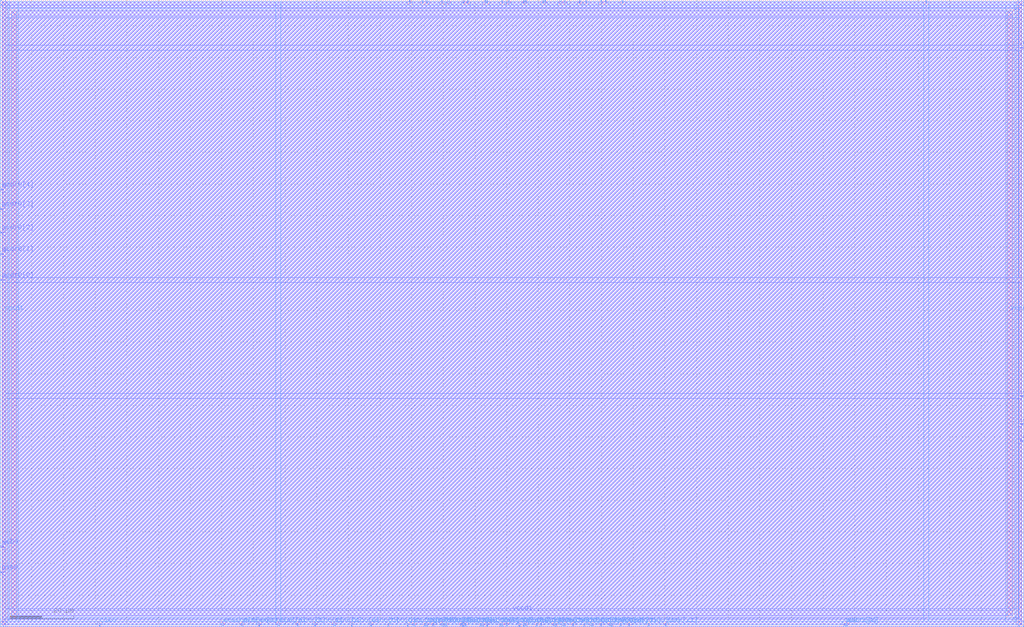
<source format=lef>
VERSION 5.4 ;
NAMESCASESENSITIVE ON ;
BUSBITCHARS "[]" ;
DIVIDERCHAR "/" ;
UNITS
  DATABASE MICRONS 2000 ;
END UNITS
MACRO sky130_sram_0kbytes_1rw1r_22x32_8
   CLASS BLOCK ;
   SIZE 323.38 BY 198.26 ;
   SYMMETRY X Y R90 ;
   PIN din0[0]
      DIRECTION INPUT ;
      PORT
         LAYER met4 ;
         RECT  87.72 0.0 88.1 1.06 ;
      END
   END din0[0]
   PIN din0[1]
      DIRECTION INPUT ;
      PORT
         LAYER met4 ;
         RECT  93.84 0.0 94.22 1.06 ;
      END
   END din0[1]
   PIN din0[2]
      DIRECTION INPUT ;
      PORT
         LAYER met4 ;
         RECT  99.28 0.0 99.66 1.06 ;
      END
   END din0[2]
   PIN din0[3]
      DIRECTION INPUT ;
      PORT
         LAYER met4 ;
         RECT  105.4 0.0 105.78 1.06 ;
      END
   END din0[3]
   PIN din0[4]
      DIRECTION INPUT ;
      PORT
         LAYER met4 ;
         RECT  110.84 0.0 111.22 1.06 ;
      END
   END din0[4]
   PIN din0[5]
      DIRECTION INPUT ;
      PORT
         LAYER met4 ;
         RECT  116.96 0.0 117.34 1.06 ;
      END
   END din0[5]
   PIN din0[6]
      DIRECTION INPUT ;
      PORT
         LAYER met4 ;
         RECT  122.4 0.0 122.78 1.06 ;
      END
   END din0[6]
   PIN din0[7]
      DIRECTION INPUT ;
      PORT
         LAYER met4 ;
         RECT  128.52 0.0 128.9 1.06 ;
      END
   END din0[7]
   PIN din0[8]
      DIRECTION INPUT ;
      PORT
         LAYER met4 ;
         RECT  134.64 0.0 135.02 1.06 ;
      END
   END din0[8]
   PIN din0[9]
      DIRECTION INPUT ;
      PORT
         LAYER met4 ;
         RECT  140.08 0.0 140.46 1.06 ;
      END
   END din0[9]
   PIN din0[10]
      DIRECTION INPUT ;
      PORT
         LAYER met4 ;
         RECT  145.52 0.0 145.9 1.06 ;
      END
   END din0[10]
   PIN din0[11]
      DIRECTION INPUT ;
      PORT
         LAYER met4 ;
         RECT  151.64 0.0 152.02 1.06 ;
      END
   END din0[11]
   PIN din0[12]
      DIRECTION INPUT ;
      PORT
         LAYER met4 ;
         RECT  157.76 0.0 158.14 1.06 ;
      END
   END din0[12]
   PIN din0[13]
      DIRECTION INPUT ;
      PORT
         LAYER met4 ;
         RECT  163.88 0.0 164.26 1.06 ;
      END
   END din0[13]
   PIN din0[14]
      DIRECTION INPUT ;
      PORT
         LAYER met4 ;
         RECT  169.32 0.0 169.7 1.06 ;
      END
   END din0[14]
   PIN din0[15]
      DIRECTION INPUT ;
      PORT
         LAYER met4 ;
         RECT  175.44 0.0 175.82 1.06 ;
      END
   END din0[15]
   PIN din0[16]
      DIRECTION INPUT ;
      PORT
         LAYER met4 ;
         RECT  180.88 0.0 181.26 1.06 ;
      END
   END din0[16]
   PIN din0[17]
      DIRECTION INPUT ;
      PORT
         LAYER met4 ;
         RECT  187.0 0.0 187.38 1.06 ;
      END
   END din0[17]
   PIN din0[18]
      DIRECTION INPUT ;
      PORT
         LAYER met4 ;
         RECT  192.44 0.0 192.82 1.06 ;
      END
   END din0[18]
   PIN din0[19]
      DIRECTION INPUT ;
      PORT
         LAYER met4 ;
         RECT  198.56 0.0 198.94 1.06 ;
      END
   END din0[19]
   PIN din0[20]
      DIRECTION INPUT ;
      PORT
         LAYER met4 ;
         RECT  204.68 0.0 205.06 1.06 ;
      END
   END din0[20]
   PIN din0[21]
      DIRECTION INPUT ;
      PORT
         LAYER met4 ;
         RECT  210.12 0.0 210.5 1.06 ;
      END
   END din0[21]
   PIN addr0[0]
      DIRECTION INPUT ;
      PORT
         LAYER met3 ;
         RECT  0.0 109.48 1.06 109.86 ;
      END
   END addr0[0]
   PIN addr0[1]
      DIRECTION INPUT ;
      PORT
         LAYER met3 ;
         RECT  0.0 117.64 1.06 118.02 ;
      END
   END addr0[1]
   PIN addr0[2]
      DIRECTION INPUT ;
      PORT
         LAYER met3 ;
         RECT  0.0 124.44 1.06 124.82 ;
      END
   END addr0[2]
   PIN addr0[3]
      DIRECTION INPUT ;
      PORT
         LAYER met3 ;
         RECT  0.0 131.92 1.06 132.3 ;
      END
   END addr0[3]
   PIN addr0[4]
      DIRECTION INPUT ;
      PORT
         LAYER met3 ;
         RECT  0.0 138.04 1.06 138.42 ;
      END
   END addr0[4]
   PIN addr1[0]
      DIRECTION INPUT ;
      PORT
         LAYER met3 ;
         RECT  322.32 72.76 323.38 73.14 ;
      END
   END addr1[0]
   PIN addr1[1]
      DIRECTION INPUT ;
      PORT
         LAYER met3 ;
         RECT  322.32 63.92 323.38 64.3 ;
      END
   END addr1[1]
   PIN addr1[2]
      DIRECTION INPUT ;
      PORT
         LAYER met3 ;
         RECT  322.32 58.48 323.38 58.86 ;
      END
   END addr1[2]
   PIN addr1[3]
      DIRECTION INPUT ;
      PORT
         LAYER met4 ;
         RECT  267.24 0.0 267.62 1.06 ;
      END
   END addr1[3]
   PIN addr1[4]
      DIRECTION INPUT ;
      PORT
         LAYER met4 ;
         RECT  266.56 0.0 266.94 1.06 ;
      END
   END addr1[4]
   PIN csb0
      DIRECTION INPUT ;
      PORT
         LAYER met3 ;
         RECT  0.0 17.0 1.06 17.38 ;
      END
   END csb0
   PIN csb1
      DIRECTION INPUT ;
      PORT
         LAYER met3 ;
         RECT  322.32 182.92 323.38 183.3 ;
      END
   END csb1
   PIN web0
      DIRECTION INPUT ;
      PORT
         LAYER met3 ;
         RECT  0.0 25.16 1.06 25.54 ;
      END
   END web0
   PIN clk0
      DIRECTION INPUT ;
      PORT
         LAYER met4 ;
         RECT  31.28 0.0 31.66 1.06 ;
      END
   END clk0
   PIN clk1
      DIRECTION INPUT ;
      PORT
         LAYER met4 ;
         RECT  292.4 197.2 292.78 198.26 ;
      END
   END clk1
   PIN wmask0[0]
      DIRECTION INPUT ;
      PORT
         LAYER met4 ;
         RECT  70.04 0.0 70.42 1.06 ;
      END
   END wmask0[0]
   PIN wmask0[1]
      DIRECTION INPUT ;
      PORT
         LAYER met4 ;
         RECT  76.16 0.0 76.54 1.06 ;
      END
   END wmask0[1]
   PIN wmask0[2]
      DIRECTION INPUT ;
      PORT
         LAYER met4 ;
         RECT  81.6 0.0 81.98 1.06 ;
      END
   END wmask0[2]
   PIN dout0[0]
      DIRECTION OUTPUT ;
      PORT
         LAYER met4 ;
         RECT  130.56 0.0 130.94 1.06 ;
      END
   END dout0[0]
   PIN dout0[1]
      DIRECTION OUTPUT ;
      PORT
         LAYER met4 ;
         RECT  133.96 0.0 134.34 1.06 ;
      END
   END dout0[1]
   PIN dout0[2]
      DIRECTION OUTPUT ;
      PORT
         LAYER met4 ;
         RECT  136.68 0.0 137.06 1.06 ;
      END
   END dout0[2]
   PIN dout0[3]
      DIRECTION OUTPUT ;
      PORT
         LAYER met4 ;
         RECT  139.4 0.0 139.78 1.06 ;
      END
   END dout0[3]
   PIN dout0[4]
      DIRECTION OUTPUT ;
      PORT
         LAYER met4 ;
         RECT  140.76 0.0 141.14 1.06 ;
      END
   END dout0[4]
   PIN dout0[5]
      DIRECTION OUTPUT ;
      PORT
         LAYER met4 ;
         RECT  146.2 0.0 146.58 1.06 ;
      END
   END dout0[5]
   PIN dout0[6]
      DIRECTION OUTPUT ;
      PORT
         LAYER met4 ;
         RECT  146.88 0.0 147.26 1.06 ;
      END
   END dout0[6]
   PIN dout0[7]
      DIRECTION OUTPUT ;
      PORT
         LAYER met4 ;
         RECT  152.32 0.0 152.7 1.06 ;
      END
   END dout0[7]
   PIN dout0[8]
      DIRECTION OUTPUT ;
      PORT
         LAYER met4 ;
         RECT  153.68 0.0 154.06 1.06 ;
      END
   END dout0[8]
   PIN dout0[9]
      DIRECTION OUTPUT ;
      PORT
         LAYER met4 ;
         RECT  158.44 0.0 158.82 1.06 ;
      END
   END dout0[9]
   PIN dout0[10]
      DIRECTION OUTPUT ;
      PORT
         LAYER met4 ;
         RECT  159.8 0.0 160.18 1.06 ;
      END
   END dout0[10]
   PIN dout0[11]
      DIRECTION OUTPUT ;
      PORT
         LAYER met4 ;
         RECT  165.24 0.0 165.62 1.06 ;
      END
   END dout0[11]
   PIN dout0[12]
      DIRECTION OUTPUT ;
      PORT
         LAYER met4 ;
         RECT  165.92 0.0 166.3 1.06 ;
      END
   END dout0[12]
   PIN dout0[13]
      DIRECTION OUTPUT ;
      PORT
         LAYER met4 ;
         RECT  170.68 0.0 171.06 1.06 ;
      END
   END dout0[13]
   PIN dout0[14]
      DIRECTION OUTPUT ;
      PORT
         LAYER met4 ;
         RECT  174.76 0.0 175.14 1.06 ;
      END
   END dout0[14]
   PIN dout0[15]
      DIRECTION OUTPUT ;
      PORT
         LAYER met4 ;
         RECT  177.48 0.0 177.86 1.06 ;
      END
   END dout0[15]
   PIN dout0[16]
      DIRECTION OUTPUT ;
      PORT
         LAYER met4 ;
         RECT  178.16 0.0 178.54 1.06 ;
      END
   END dout0[16]
   PIN dout0[17]
      DIRECTION OUTPUT ;
      PORT
         LAYER met4 ;
         RECT  184.28 0.0 184.66 1.06 ;
      END
   END dout0[17]
   PIN dout0[18]
      DIRECTION OUTPUT ;
      PORT
         LAYER met4 ;
         RECT  186.32 0.0 186.7 1.06 ;
      END
   END dout0[18]
   PIN dout0[19]
      DIRECTION OUTPUT ;
      PORT
         LAYER met4 ;
         RECT  189.72 0.0 190.1 1.06 ;
      END
   END dout0[19]
   PIN dout0[20]
      DIRECTION OUTPUT ;
      PORT
         LAYER met4 ;
         RECT  193.12 0.0 193.5 1.06 ;
      END
   END dout0[20]
   PIN dout0[21]
      DIRECTION OUTPUT ;
      PORT
         LAYER met4 ;
         RECT  195.84 0.0 196.22 1.06 ;
      END
   END dout0[21]
   PIN dout1[0]
      DIRECTION OUTPUT ;
      PORT
         LAYER met4 ;
         RECT  129.2 197.2 129.58 198.26 ;
      END
   END dout1[0]
   PIN dout1[1]
      DIRECTION OUTPUT ;
      PORT
         LAYER met4 ;
         RECT  133.28 197.2 133.66 198.26 ;
      END
   END dout1[1]
   PIN dout1[2]
      DIRECTION OUTPUT ;
      PORT
         LAYER met4 ;
         RECT  134.64 197.2 135.02 198.26 ;
      END
   END dout1[2]
   PIN dout1[3]
      DIRECTION OUTPUT ;
      PORT
         LAYER met4 ;
         RECT  139.4 197.2 139.78 198.26 ;
      END
   END dout1[3]
   PIN dout1[4]
      DIRECTION OUTPUT ;
      PORT
         LAYER met4 ;
         RECT  141.44 197.2 141.82 198.26 ;
      END
   END dout1[4]
   PIN dout1[5]
      DIRECTION OUTPUT ;
      PORT
         LAYER met4 ;
         RECT  146.2 197.2 146.58 198.26 ;
      END
   END dout1[5]
   PIN dout1[6]
      DIRECTION OUTPUT ;
      PORT
         LAYER met4 ;
         RECT  147.56 197.2 147.94 198.26 ;
      END
   END dout1[6]
   PIN dout1[7]
      DIRECTION OUTPUT ;
      PORT
         LAYER met4 ;
         RECT  153.0 197.2 153.38 198.26 ;
      END
   END dout1[7]
   PIN dout1[8]
      DIRECTION OUTPUT ;
      PORT
         LAYER met4 ;
         RECT  153.68 197.2 154.06 198.26 ;
      END
   END dout1[8]
   PIN dout1[9]
      DIRECTION OUTPUT ;
      PORT
         LAYER met4 ;
         RECT  158.44 197.2 158.82 198.26 ;
      END
   END dout1[9]
   PIN dout1[10]
      DIRECTION OUTPUT ;
      PORT
         LAYER met4 ;
         RECT  160.48 197.2 160.86 198.26 ;
      END
   END dout1[10]
   PIN dout1[11]
      DIRECTION OUTPUT ;
      PORT
         LAYER met4 ;
         RECT  165.24 197.2 165.62 198.26 ;
      END
   END dout1[11]
   PIN dout1[12]
      DIRECTION OUTPUT ;
      PORT
         LAYER met4 ;
         RECT  165.92 197.2 166.3 198.26 ;
      END
   END dout1[12]
   PIN dout1[13]
      DIRECTION OUTPUT ;
      PORT
         LAYER met4 ;
         RECT  171.36 197.2 171.74 198.26 ;
      END
   END dout1[13]
   PIN dout1[14]
      DIRECTION OUTPUT ;
      PORT
         LAYER met4 ;
         RECT  172.04 197.2 172.42 198.26 ;
      END
   END dout1[14]
   PIN dout1[15]
      DIRECTION OUTPUT ;
      PORT
         LAYER met4 ;
         RECT  176.8 197.2 177.18 198.26 ;
      END
   END dout1[15]
   PIN dout1[16]
      DIRECTION OUTPUT ;
      PORT
         LAYER met4 ;
         RECT  178.16 197.2 178.54 198.26 ;
      END
   END dout1[16]
   PIN dout1[17]
      DIRECTION OUTPUT ;
      PORT
         LAYER met4 ;
         RECT  182.92 197.2 183.3 198.26 ;
      END
   END dout1[17]
   PIN dout1[18]
      DIRECTION OUTPUT ;
      PORT
         LAYER met4 ;
         RECT  184.96 197.2 185.34 198.26 ;
      END
   END dout1[18]
   PIN dout1[19]
      DIRECTION OUTPUT ;
      PORT
         LAYER met4 ;
         RECT  189.72 197.2 190.1 198.26 ;
      END
   END dout1[19]
   PIN dout1[20]
      DIRECTION OUTPUT ;
      PORT
         LAYER met4 ;
         RECT  191.08 197.2 191.46 198.26 ;
      END
   END dout1[20]
   PIN dout1[21]
      DIRECTION OUTPUT ;
      PORT
         LAYER met4 ;
         RECT  196.52 197.2 196.9 198.26 ;
      END
   END dout1[21]
   PIN vccd1
      DIRECTION INOUT ;
      USE POWER ; 
      SHAPE ABUTMENT ; 
      PORT
         LAYER met4 ;
         RECT  3.4 3.4 5.14 194.86 ;
         LAYER met3 ;
         RECT  3.4 193.12 319.98 194.86 ;
         LAYER met4 ;
         RECT  318.24 3.4 319.98 194.86 ;
         LAYER met3 ;
         RECT  3.4 3.4 319.98 5.14 ;
      END
   END vccd1
   PIN vssd1
      DIRECTION INOUT ;
      USE GROUND ; 
      SHAPE ABUTMENT ; 
      PORT
         LAYER met4 ;
         RECT  321.64 0.0 323.38 198.26 ;
         LAYER met3 ;
         RECT  0.0 0.0 323.38 1.74 ;
         LAYER met4 ;
         RECT  0.0 0.0 1.74 198.26 ;
         LAYER met3 ;
         RECT  0.0 196.52 323.38 198.26 ;
      END
   END vssd1
   OBS
   LAYER  met1 ;
      RECT  0.62 0.62 322.76 197.64 ;
   LAYER  met2 ;
      RECT  0.62 0.62 322.76 197.64 ;
   LAYER  met3 ;
      RECT  1.66 108.88 322.76 110.46 ;
      RECT  0.62 110.46 1.66 117.04 ;
      RECT  0.62 118.62 1.66 123.84 ;
      RECT  0.62 125.42 1.66 131.32 ;
      RECT  0.62 132.9 1.66 137.44 ;
      RECT  1.66 72.16 321.72 73.74 ;
      RECT  1.66 73.74 321.72 108.88 ;
      RECT  321.72 73.74 322.76 108.88 ;
      RECT  321.72 64.9 322.76 72.16 ;
      RECT  321.72 59.46 322.76 63.32 ;
      RECT  1.66 110.46 321.72 182.32 ;
      RECT  1.66 182.32 321.72 183.9 ;
      RECT  321.72 110.46 322.76 182.32 ;
      RECT  0.62 17.98 1.66 24.56 ;
      RECT  0.62 26.14 1.66 108.88 ;
      RECT  1.66 183.9 2.8 192.52 ;
      RECT  1.66 192.52 2.8 195.46 ;
      RECT  2.8 183.9 320.58 192.52 ;
      RECT  320.58 183.9 321.72 192.52 ;
      RECT  320.58 192.52 321.72 195.46 ;
      RECT  1.66 2.8 2.8 5.74 ;
      RECT  1.66 5.74 2.8 72.16 ;
      RECT  2.8 5.74 320.58 72.16 ;
      RECT  320.58 2.8 321.72 5.74 ;
      RECT  320.58 5.74 321.72 72.16 ;
      RECT  321.72 2.34 322.76 57.88 ;
      RECT  0.62 2.34 1.66 16.4 ;
      RECT  1.66 2.34 2.8 2.8 ;
      RECT  2.8 2.34 320.58 2.8 ;
      RECT  320.58 2.34 321.72 2.8 ;
      RECT  0.62 139.02 1.66 195.92 ;
      RECT  321.72 183.9 322.76 195.92 ;
      RECT  1.66 195.46 2.8 195.92 ;
      RECT  2.8 195.46 320.58 195.92 ;
      RECT  320.58 195.46 321.72 195.92 ;
   LAYER  met4 ;
      RECT  87.12 1.66 88.7 197.64 ;
      RECT  88.7 0.62 93.24 1.66 ;
      RECT  94.82 0.62 98.68 1.66 ;
      RECT  100.26 0.62 104.8 1.66 ;
      RECT  106.38 0.62 110.24 1.66 ;
      RECT  111.82 0.62 116.36 1.66 ;
      RECT  117.94 0.62 121.8 1.66 ;
      RECT  123.38 0.62 127.92 1.66 ;
      RECT  199.54 0.62 204.08 1.66 ;
      RECT  205.66 0.62 209.52 1.66 ;
      RECT  211.1 0.62 265.96 1.66 ;
      RECT  88.7 1.66 291.8 196.6 ;
      RECT  291.8 1.66 293.38 196.6 ;
      RECT  32.26 0.62 69.44 1.66 ;
      RECT  71.02 0.62 75.56 1.66 ;
      RECT  77.14 0.62 81.0 1.66 ;
      RECT  82.58 0.62 87.12 1.66 ;
      RECT  129.5 0.62 129.96 1.66 ;
      RECT  131.54 0.62 133.36 1.66 ;
      RECT  135.62 0.62 136.08 1.66 ;
      RECT  137.66 0.62 138.8 1.66 ;
      RECT  141.74 0.62 144.92 1.66 ;
      RECT  147.86 0.62 151.04 1.66 ;
      RECT  154.66 0.62 157.16 1.66 ;
      RECT  160.78 0.62 163.28 1.66 ;
      RECT  166.9 0.62 168.72 1.66 ;
      RECT  171.66 0.62 174.16 1.66 ;
      RECT  176.42 0.62 176.88 1.66 ;
      RECT  179.14 0.62 180.28 1.66 ;
      RECT  181.86 0.62 183.68 1.66 ;
      RECT  185.26 0.62 185.72 1.66 ;
      RECT  187.98 0.62 189.12 1.66 ;
      RECT  190.7 0.62 191.84 1.66 ;
      RECT  194.1 0.62 195.24 1.66 ;
      RECT  196.82 0.62 197.96 1.66 ;
      RECT  88.7 196.6 128.6 197.64 ;
      RECT  130.18 196.6 132.68 197.64 ;
      RECT  135.62 196.6 138.8 197.64 ;
      RECT  140.38 196.6 140.84 197.64 ;
      RECT  142.42 196.6 145.6 197.64 ;
      RECT  148.54 196.6 152.4 197.64 ;
      RECT  154.66 196.6 157.84 197.64 ;
      RECT  159.42 196.6 159.88 197.64 ;
      RECT  161.46 196.6 164.64 197.64 ;
      RECT  166.9 196.6 170.76 197.64 ;
      RECT  173.02 196.6 176.2 197.64 ;
      RECT  179.14 196.6 182.32 197.64 ;
      RECT  183.9 196.6 184.36 197.64 ;
      RECT  185.94 196.6 189.12 197.64 ;
      RECT  192.06 196.6 195.92 197.64 ;
      RECT  197.5 196.6 291.8 197.64 ;
      RECT  2.8 1.66 5.74 2.8 ;
      RECT  2.8 195.46 5.74 197.64 ;
      RECT  5.74 1.66 87.12 2.8 ;
      RECT  5.74 2.8 87.12 195.46 ;
      RECT  5.74 195.46 87.12 197.64 ;
      RECT  293.38 1.66 317.64 2.8 ;
      RECT  293.38 2.8 317.64 195.46 ;
      RECT  293.38 195.46 317.64 196.6 ;
      RECT  317.64 1.66 320.58 2.8 ;
      RECT  317.64 195.46 320.58 196.6 ;
      RECT  268.22 0.62 321.04 1.66 ;
      RECT  293.38 196.6 321.04 197.64 ;
      RECT  320.58 1.66 321.04 2.8 ;
      RECT  320.58 2.8 321.04 195.46 ;
      RECT  320.58 195.46 321.04 196.6 ;
      RECT  2.34 0.62 30.68 1.66 ;
      RECT  2.34 1.66 2.8 2.8 ;
      RECT  2.34 2.8 2.8 195.46 ;
      RECT  2.34 195.46 2.8 197.64 ;
   END
END    sky130_sram_0kbytes_1rw1r_22x32_8
END    LIBRARY

</source>
